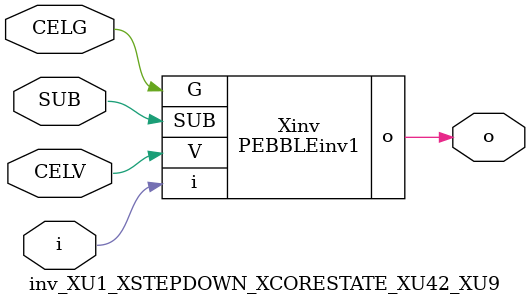
<source format=v>



module PEBBLEinv1 ( o, G, SUB, V, i );

  input V;
  input i;
  input G;
  output o;
  input SUB;
endmodule

//Celera Confidential Do Not Copy inv_XU1_XSTEPDOWN_XCORESTATE_XU42_XU9
//Celera Confidential Symbol Generator
//5V Inverter
module inv_XU1_XSTEPDOWN_XCORESTATE_XU42_XU9 (CELV,CELG,i,o,SUB);
input CELV;
input CELG;
input i;
input SUB;
output o;

//Celera Confidential Do Not Copy inv
PEBBLEinv1 Xinv(
.V (CELV),
.i (i),
.o (o),
.SUB (SUB),
.G (CELG)
);
//,diesize,PEBBLEinv1

//Celera Confidential Do Not Copy Module End
//Celera Schematic Generator
endmodule

</source>
